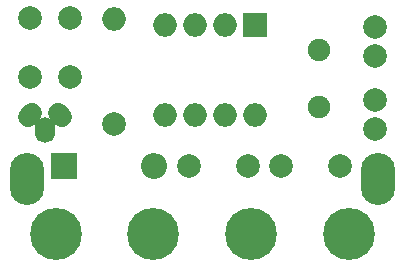
<source format=gbr>
G04 #@! TF.FileFunction,Soldermask,Bot*
%FSLAX46Y46*%
G04 Gerber Fmt 4.6, Leading zero omitted, Abs format (unit mm)*
G04 Created by KiCad (PCBNEW 4.0.7) date 04/04/19 07:33:12*
%MOMM*%
%LPD*%
G01*
G04 APERTURE LIST*
%ADD10C,0.100000*%
%ADD11C,2.000000*%
%ADD12O,2.000000X2.000000*%
%ADD13O,2.900000X4.400000*%
%ADD14R,2.200000X2.200000*%
%ADD15O,2.200000X2.200000*%
%ADD16C,4.400000*%
%ADD17R,2.000000X2.000000*%
%ADD18C,1.900000*%
%ADD19O,1.700000X2.200000*%
%ADD20C,1.700000*%
G04 APERTURE END LIST*
D10*
D11*
X73787000Y-90932000D03*
D12*
X73787000Y-82042000D03*
D11*
X70104000Y-86995000D03*
X70104000Y-81995000D03*
X66675000Y-86995000D03*
X66675000Y-81995000D03*
D13*
X66421000Y-95631000D03*
X96139000Y-95631000D03*
D11*
X92964000Y-94488000D03*
X87964000Y-94488000D03*
X95885000Y-88900000D03*
X95885000Y-91400000D03*
X95885000Y-85217000D03*
X95885000Y-82717000D03*
X80137000Y-94488000D03*
X85137000Y-94488000D03*
D14*
X69596000Y-94488000D03*
D15*
X77216000Y-94488000D03*
D16*
X68890000Y-100240000D03*
X77150000Y-100240000D03*
X85410000Y-100240000D03*
X93670000Y-100240000D03*
D17*
X85725000Y-82550000D03*
D12*
X78105000Y-90170000D03*
X83185000Y-82550000D03*
X80645000Y-90170000D03*
X80645000Y-82550000D03*
X83185000Y-90170000D03*
X78105000Y-82550000D03*
X85725000Y-90170000D03*
D18*
X91186000Y-89535000D03*
X91186000Y-84655000D03*
D19*
X67945000Y-91440000D03*
D20*
X69391777Y-90346777D02*
X69038223Y-89993223D01*
X66851777Y-89993223D02*
X66498223Y-90346777D01*
M02*

</source>
